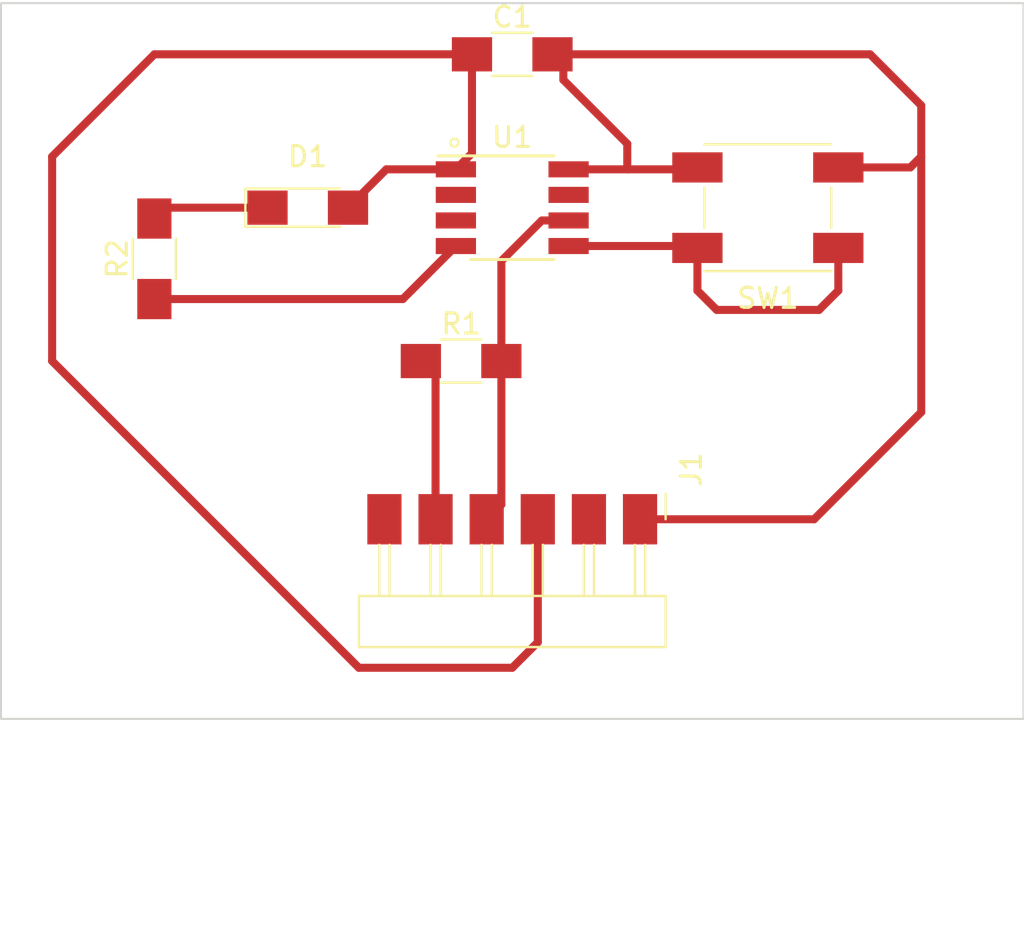
<source format=kicad_pcb>
(kicad_pcb (version 20211014) (generator pcbnew)
  (layers (0 "F.Cu" signal) (31 "B.Cu" signal) (34 "B.Paste" user) (35 "F.Paste" user) (36 "B.SilkS" user "B.Silkscreen") (37 "F.SilkS" user "F.Silkscreen") (38 "B.Mask" user) (39 "F.Mask" user) (44 "Edge.Cuts" user))
  (net 0 "")
  (net 1 "GND")
  (net 2 "Net-(D1-Pad1)")
  (net 4 "Net-(J1-Pad5)")
  (net 9 "Net-(C1-Pad1)")
  (net 10 "Net-(J1-Pad4)")
  (net 11 "Net-(R2-Pad1)")
  (net 12 "Net-(SW1-Pad1)")
  (footprint "fab:LED_1206" (layer "F.Cu") (at 132.08 91.44)
    (fp_text reference "D1" (at 0 -2.54) (layer "F.SilkS"))
    (fp_text value "LED")
    (fp_line (start -3.1 0.95) (end 1.6 0.95) (layer "F.SilkS") (width 0.12))
    (fp_line (start -3.1 -0.95) (end -3.1 0.95) (layer "F.SilkS") (width 0.12))
    (fp_line (start -3.1 -0.95) (end 1.6 -0.95) (layer "F.SilkS") (width 0.12))
    (pad "1" smd rect locked (at -2 0) (size 2 1.7) (layers "F.Cu" "F.Paste" "F.Mask") (net 2 "Net-(D1-Pad1)"))
    (pad "2" smd rect locked (at 2 0) (size 2 1.7) (layers "F.Cu" "F.Paste" "F.Mask") (net 9 "Net-(C1-Pad1)"))
  )
  (footprint "fab:SOIC-8_3.9x4.9mm_P1.27mm" (layer "F.Cu") (at 142.24 91.44)
    (fp_text reference "U1" (at 0 -3.5) (layer "F.SilkS"))
    (fp_text value "Microcontroller_ATtiny412_SSFR")
    (fp_line (start -2.075 2.575) (end 2.075 2.575) (layer "F.SilkS") (width 0.15))
    (fp_line (start -3.69 -2.575) (end 2.075 -2.575) (layer "F.SilkS") (width 0.15))
    (fp_circle (center -2.87 -3.23) (end -2.67 -3.23) (layer "F.SilkS") (width 0.12) (fill none))
    (pad "1" smd rect locked (at -2.8 -1.905) (size 2 0.8) (layers "F.Cu" "F.Paste" "F.Mask") (net 9 "Net-(C1-Pad1)"))
    (pad "2" smd rect locked (at -2.8 -0.635) (size 2 0.8) (layers "F.Cu" "F.Paste" "F.Mask"))
    (pad "3" smd rect locked (at -2.8 0.635) (size 2 0.8) (layers "F.Cu" "F.Paste" "F.Mask"))
    (pad "4" smd rect locked (at -2.8 1.905) (size 2 0.8) (layers "F.Cu" "F.Paste" "F.Mask") (net 11 "Net-(R2-Pad1)"))
    (pad "5" smd rect locked (at 2.8 1.905) (size 2 0.8) (layers "F.Cu" "F.Paste" "F.Mask") (net 12 "Net-(SW1-Pad1)"))
    (pad "6" smd rect locked (at 2.8 0.635) (size 2 0.8) (layers "F.Cu" "F.Paste" "F.Mask") (net 10 "Net-(J1-Pad4)"))
    (pad "7" smd rect locked (at 2.8 -0.635) (size 2 0.8) (layers "F.Cu" "F.Paste" "F.Mask"))
    (pad "8" smd rect locked (at 2.8 -1.905) (size 2 0.8) (layers "F.Cu" "F.Paste" "F.Mask") (net 1 "GND"))
  )
  (footprint "fab:R_1206" (layer "F.Cu") (at 124.46 93.98 90)
    (fp_text reference "R2" (at 0 -1.85 90) (layer "F.SilkS"))
    (fp_text value "330 Ohm")
    (fp_line (start 1 1.07) (end -1 1.07) (layer "F.SilkS") (width 0.12))
    (fp_line (start -1 -1.07) (end 1 -1.07) (layer "F.SilkS") (width 0.12))
    (pad "1" smd rect locked (at -2 0 90) (size 2 1.7) (layers "F.Cu" "F.Paste" "F.Mask") (net 11 "Net-(R2-Pad1)"))
    (pad "2" smd rect locked (at 2 0 90) (size 2 1.7) (layers "F.Cu" "F.Paste" "F.Mask") (net 2 "Net-(D1-Pad1)"))
  )
  (footprint "fab:Button_Omron_B3SN_6x6mm" (layer "F.Cu") (at 154.94 91.44 180)
    (fp_text reference "SW1" (at 0 -4.5) (layer "F.SilkS"))
    (fp_text value "BUTTON_B3SN")
    (fp_line (start -3.15 1) (end -3.15 -1) (layer "F.SilkS") (width 0.12))
    (fp_line (start 3.15 -1) (end 3.15 1) (layer "F.SilkS") (width 0.12))
    (fp_line (start -3.15 -3.15) (end 3.15 -3.15) (layer "F.SilkS") (width 0.12))
    (fp_line (start 3.15 3.15) (end -3.15 3.15) (layer "F.SilkS") (width 0.12))
    (pad "1" smd rect locked (at -3.5 -2 180) (size 2.5 1.5) (layers "F.Cu" "F.Paste" "F.Mask") (net 12 "Net-(SW1-Pad1)"))
    (pad "1" smd rect locked (at 3.5 -2 180) (size 2.5 1.5) (layers "F.Cu" "F.Paste" "F.Mask") (net 12 "Net-(SW1-Pad1)"))
    (pad "2" smd rect locked (at 3.5 2 180) (size 2.5 1.5) (layers "F.Cu" "F.Paste" "F.Mask") (net 1 "GND"))
    (pad "2" smd rect locked (at -3.5 2 180) (size 2.5 1.5) (layers "F.Cu" "F.Paste" "F.Mask") (net 1 "GND"))
  )
  (footprint "fab:C_1206" (layer "F.Cu") (at 142.24 83.82)
    (fp_text reference "C1" (at 0 -1.85) (layer "F.SilkS"))
    (fp_text value "1uF")
    (fp_line (start -1 -1.07) (end 1 -1.07) (layer "F.SilkS") (width 0.12))
    (fp_line (start 1 1.07) (end -1 1.07) (layer "F.SilkS") (width 0.12))
    (pad "1" smd rect locked (at -2 0) (size 2 1.7) (layers "F.Cu" "F.Paste" "F.Mask") (net 9 "Net-(C1-Pad1)"))
    (pad "2" smd rect locked (at 2 0) (size 2 1.7) (layers "F.Cu" "F.Paste" "F.Mask") (net 1 "GND"))
  )
  (footprint "fab:R_1206" (layer "F.Cu") (at 139.7 99.06)
    (fp_text reference "R1" (at 0 -1.85) (layer "F.SilkS"))
    (fp_text value "4.99K")
    (fp_line (start -1 -1.07) (end 1 -1.07) (layer "F.SilkS") (width 0.12))
    (fp_line (start 1 1.07) (end -1 1.07) (layer "F.SilkS") (width 0.12))
    (pad "1" smd rect locked (at -2 0) (size 2 1.7) (layers "F.Cu" "F.Paste" "F.Mask") (net 4 "Net-(J1-Pad5)"))
    (pad "2" smd rect locked (at 2 0) (size 2 1.7) (layers "F.Cu" "F.Paste" "F.Mask") (net 10 "Net-(J1-Pad4)"))
  )
  (footprint "fab:PinHeader_1x06_P2.54mm_Horizontal_SMD" (layer "F.Cu") (at 148.59 106.92 -90)
    (fp_text reference "J1" (at -1.524 -2.54 90) (layer "F.SilkS") (effects (justify left)))
    (fp_text value "Conn_PinHeader_1x06_P2.54mm_Horizontal_SMD")
    (fp_line (start 3.81 12.446) (end 1.27 12.446) (layer "F.SilkS") (width 0.12))
    (fp_line (start 3.81 10.414) (end 1.27 10.414) (layer "F.SilkS") (width 0.12))
    (fp_line (start 6.35 -1.27) (end 6.35 13.97) (layer "F.SilkS") (width 0.12))
    (fp_line (start 3.81 13.97) (end 3.81 -1.27) (layer "F.SilkS") (width 0.12))
    (fp_line (start 3.81 -0.254) (end 1.27 -0.254) (layer "F.SilkS") (width 0.12))
    (fp_line (start 3.81 12.954) (end 1.27 12.954) (layer "F.SilkS") (width 0.12))
    (fp_line (start 3.81 7.366) (end 1.27 7.366) (layer "F.SilkS") (width 0.12))
    (fp_line (start 3.81 2.286) (end 1.27 2.286) (layer "F.SilkS") (width 0.12))
    (fp_line (start 3.81 5.334) (end 1.27 5.334) (layer "F.SilkS") (width 0.12))
    (fp_line (start 3.81 2.794) (end 1.27 2.794) (layer "F.SilkS") (width 0.12))
    (fp_line (start 3.81 4.826) (end 1.27 4.826) (layer "F.SilkS") (width 0.12))
    (fp_line (start 6.35 13.97) (end 3.81 13.97) (layer "F.SilkS") (width 0.12))
    (fp_line (start 3.81 7.874) (end 1.27 7.874) (layer "F.SilkS") (width 0.12))
    (fp_line (start 3.81 -1.27) (end 6.35 -1.27) (layer "F.SilkS") (width 0.12))
    (fp_line (start 3.81 9.906) (end 1.27 9.906) (layer "F.SilkS") (width 0.12))
    (fp_line (start 3.81 0.254) (end 1.27 0.254) (layer "F.SilkS") (width 0.12))
    (fp_line (start -1.27 -1.27) (end 0 -1.27) (layer "F.SilkS") (width 0.12))
    (pad "1" smd rect locked (at 0 0 270) (size 2.5 1.7) (layers "F.Cu" "F.Paste" "F.Mask") (net 1 "GND"))
    (pad "2" smd rect locked (at 0 2.54 270) (size 2.5 1.7) (layers "F.Cu" "F.Paste" "F.Mask"))
    (pad "3" smd rect locked (at 0 5.08 270) (size 2.5 1.7) (layers "F.Cu" "F.Paste" "F.Mask") (net 9 "Net-(C1-Pad1)"))
    (pad "4" smd rect locked (at 0 7.62 270) (size 2.5 1.7) (layers "F.Cu" "F.Paste" "F.Mask") (net 10 "Net-(J1-Pad4)"))
    (pad "5" smd rect locked (at 0 10.16 270) (size 2.5 1.7) (layers "F.Cu" "F.Paste" "F.Mask") (net 4 "Net-(J1-Pad5)"))
    (pad "6" smd rect locked (at 0 12.7 270) (size 2.5 1.7) (layers "F.Cu" "F.Paste" "F.Mask"))
  )
  (gr_rect (start 116.84 81.28) (end 167.64 116.84) (layer "Edge.Cuts") (width 0.1) (fill none))
  (segment (start 160.02 83.82) (end 144.78 83.82) (width 0.4) (layer "F.Cu") (net 1))
  (segment (start 147.955 88.265) (end 147.955 89.535) (width 0.4) (layer "F.Cu") (net 1))
  (segment (start 144.78 85.09) (end 147.955 88.265) (width 0.4) (layer "F.Cu") (net 1))
  (segment (start 147.955 89.535) (end 151.345 89.535) (width 0.4) (layer "F.Cu") (net 1))
  (segment (start 151.345 89.535) (end 151.44 89.44) (width 0.4) (layer "F.Cu") (net 1))
  (segment (start 162.56 88.9) (end 162.56 86.36) (width 0.4) (layer "F.Cu") (net 1))
  (segment (start 144.78 83.82) (end 144.78 85.09) (width 0.4) (layer "F.Cu") (net 1))
  (segment (start 162.02 89.44) (end 162.56 88.9) (width 0.4) (layer "F.Cu") (net 1))
  (segment (start 162.56 86.36) (end 160.02 83.82) (width 0.4) (layer "F.Cu") (net 1))
  (segment (start 158.44 89.44) (end 162.02 89.44) (width 0.4) (layer "F.Cu") (net 1))
  (segment (start 145.04 89.535) (end 147.955 89.535) (width 0.4) (layer "F.Cu") (net 1))
  (segment (start 148.59 106.92) (end 157.24 106.92) (width 0.4) (layer "F.Cu") (net 1))
  (segment (start 157.24 106.92) (end 162.56 101.6) (width 0.4) (layer "F.Cu") (net 1))
  (segment (start 162.56 101.6) (end 162.56 88.9) (width 0.4) (layer "F.Cu") (net 1))
  (segment (start 130.08 91.44) (end 124.46 91.44) (width 0.4) (layer "F.Cu") (net 2))
  (segment (start 138.43 106.92) (end 138.43 99.79) (width 0.4) (layer "F.Cu") (net 4))
  (segment (start 138.43 99.79) (end 137.7 99.06) (width 0.4) (layer "F.Cu") (net 4))
  (segment (start 143.51 106.92) (end 143.51 113.03) (width 0.4) (layer "F.Cu") (net 9))
  (segment (start 134.08 91.44) (end 135.985 89.535) (width 0.4) (layer "F.Cu") (net 9))
  (segment (start 119.38 99.06) (end 119.38 88.9) (width 0.4) (layer "F.Cu") (net 9))
  (segment (start 134.62 114.3) (end 119.38 99.06) (width 0.4) (layer "F.Cu") (net 9))
  (segment (start 124.46 83.82) (end 140.24 83.82) (width 0.4) (layer "F.Cu") (net 9))
  (segment (start 143.51 113.03) (end 142.24 114.3) (width 0.4) (layer "F.Cu") (net 9))
  (segment (start 135.985 89.535) (end 139.44 89.535) (width 0.4) (layer "F.Cu") (net 9))
  (segment (start 119.38 88.9) (end 124.46 83.82) (width 0.4) (layer "F.Cu") (net 9))
  (segment (start 142.24 114.3) (end 134.62 114.3) (width 0.4) (layer "F.Cu") (net 9))
  (segment (start 140.24 83.82) (end 140.24 88.735) (width 0.4) (layer "F.Cu") (net 9))
  (segment (start 140.24 88.735) (end 139.44 89.535) (width 0.4) (layer "F.Cu") (net 9))
  (segment (start 141.7 99.06) (end 141.7 106.19) (width 0.4) (layer "F.Cu") (net 10))
  (segment (start 141.7 106.19) (end 140.97 106.92) (width 0.4) (layer "F.Cu") (net 10))
  (segment (start 143.710978 92.075) (end 145.04 92.075) (width 0.4) (layer "F.Cu") (net 10))
  (segment (start 141.7 94.085978) (end 143.710978 92.075) (width 0.4) (layer "F.Cu") (net 10))
  (segment (start 141.7 99.06) (end 141.7 94.085978) (width 0.4) (layer "F.Cu") (net 10))
  (segment (start 136.805 95.98) (end 139.44 93.345) (width 0.4) (layer "F.Cu") (net 11))
  (segment (start 124.46 95.98) (end 136.805 95.98) (width 0.4) (layer "F.Cu") (net 11))
  (segment (start 145.04 93.345) (end 151.345 93.345) (width 0.4) (layer "F.Cu") (net 12))
  (segment (start 151.44 93.44) (end 151.44 95.56) (width 0.4) (layer "F.Cu") (net 12))
  (segment (start 151.44 95.56) (end 152.4 96.52) (width 0.4) (layer "F.Cu") (net 12))
  (segment (start 157.48 96.52) (end 158.44 95.56) (width 0.4) (layer "F.Cu") (net 12))
  (segment (start 152.4 96.52) (end 157.48 96.52) (width 0.4) (layer "F.Cu") (net 12))
  (segment (start 151.345 93.345) (end 151.44 93.44) (width 0.4) (layer "F.Cu") (net 12))
  (segment (start 158.44 95.56) (end 158.44 93.44) (width 0.4) (layer "F.Cu") (net 12))
)
</source>
